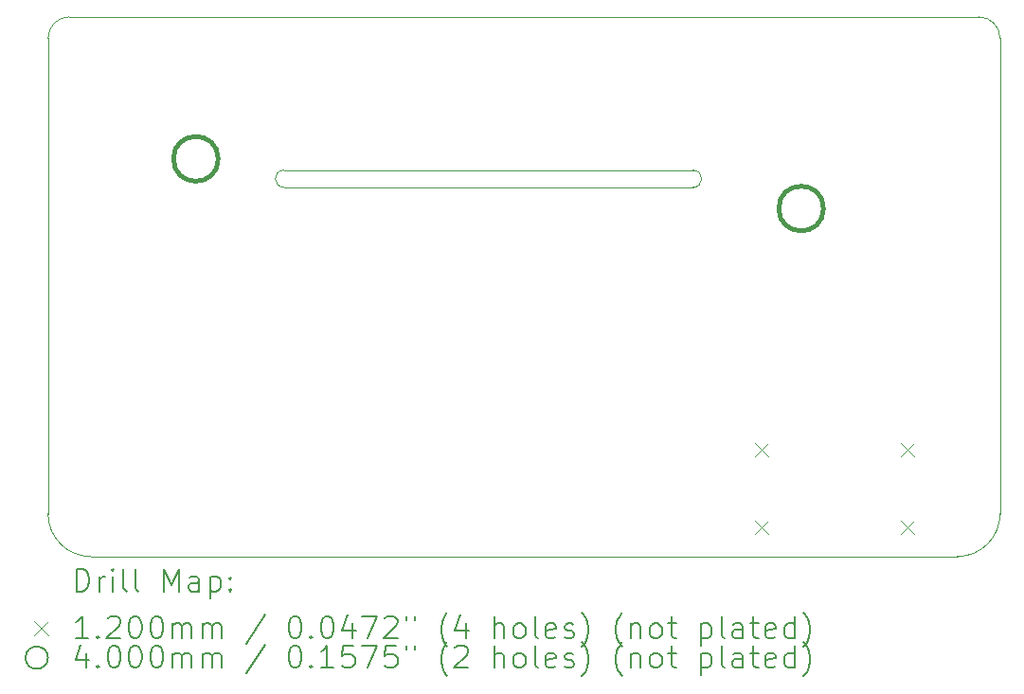
<source format=gbr>
%TF.GenerationSoftware,KiCad,Pcbnew,(6.0.8)*%
%TF.CreationDate,2022-11-26T11:41:06-06:00*%
%TF.ProjectId,tt-relay-board,74742d72-656c-4617-992d-626f6172642e,rev?*%
%TF.SameCoordinates,Original*%
%TF.FileFunction,Drillmap*%
%TF.FilePolarity,Positive*%
%FSLAX45Y45*%
G04 Gerber Fmt 4.5, Leading zero omitted, Abs format (unit mm)*
G04 Created by KiCad (PCBNEW (6.0.8)) date 2022-11-26 11:41:06*
%MOMM*%
%LPD*%
G01*
G04 APERTURE LIST*
%ADD10C,0.025400*%
%ADD11C,0.200000*%
%ADD12C,0.120000*%
%ADD13C,0.400000*%
G04 APERTURE END LIST*
D10*
X4572000Y-10160000D02*
X12319000Y-10160000D01*
X12700000Y-9779000D02*
X12700000Y-5524500D01*
X4191000Y-5524500D02*
X4191000Y-9779000D01*
X9956800Y-6858000D02*
G75*
G03*
X9956800Y-6705600I0J76200D01*
G01*
X4381500Y-5334000D02*
G75*
G03*
X4191000Y-5524500I0J-190500D01*
G01*
X6299200Y-6705600D02*
G75*
G03*
X6299200Y-6858000I0J-76200D01*
G01*
X9956800Y-6858000D02*
X6299200Y-6858000D01*
X6299200Y-6705600D02*
X9956800Y-6705600D01*
X12509500Y-5334000D02*
X4381500Y-5334000D01*
X4191000Y-9779000D02*
G75*
G03*
X4572000Y-10160000I381000J0D01*
G01*
X12700000Y-5524500D02*
G75*
G03*
X12509500Y-5334000I-190500J0D01*
G01*
X12319000Y-10160000D02*
G75*
G03*
X12700000Y-9779000I0J381000D01*
G01*
D11*
D12*
X10506400Y-9142700D02*
X10626400Y-9262700D01*
X10626400Y-9142700D02*
X10506400Y-9262700D01*
X10506400Y-9842700D02*
X10626400Y-9962700D01*
X10626400Y-9842700D02*
X10506400Y-9962700D01*
X11814500Y-9142700D02*
X11934500Y-9262700D01*
X11934500Y-9142700D02*
X11814500Y-9262700D01*
X11814500Y-9842700D02*
X11934500Y-9962700D01*
X11934500Y-9842700D02*
X11814500Y-9962700D01*
D13*
X5711800Y-6604000D02*
G75*
G03*
X5711800Y-6604000I-200000J0D01*
G01*
X11122000Y-7048500D02*
G75*
G03*
X11122000Y-7048500I-200000J0D01*
G01*
D11*
X4447349Y-10471746D02*
X4447349Y-10271746D01*
X4494968Y-10271746D01*
X4523540Y-10281270D01*
X4542587Y-10300318D01*
X4552111Y-10319365D01*
X4561635Y-10357460D01*
X4561635Y-10386032D01*
X4552111Y-10424127D01*
X4542587Y-10443175D01*
X4523540Y-10462222D01*
X4494968Y-10471746D01*
X4447349Y-10471746D01*
X4647349Y-10471746D02*
X4647349Y-10338413D01*
X4647349Y-10376508D02*
X4656873Y-10357460D01*
X4666397Y-10347937D01*
X4685444Y-10338413D01*
X4704492Y-10338413D01*
X4771159Y-10471746D02*
X4771159Y-10338413D01*
X4771159Y-10271746D02*
X4761635Y-10281270D01*
X4771159Y-10290794D01*
X4780682Y-10281270D01*
X4771159Y-10271746D01*
X4771159Y-10290794D01*
X4894968Y-10471746D02*
X4875920Y-10462222D01*
X4866397Y-10443175D01*
X4866397Y-10271746D01*
X4999730Y-10471746D02*
X4980682Y-10462222D01*
X4971159Y-10443175D01*
X4971159Y-10271746D01*
X5228301Y-10471746D02*
X5228301Y-10271746D01*
X5294968Y-10414603D01*
X5361635Y-10271746D01*
X5361635Y-10471746D01*
X5542587Y-10471746D02*
X5542587Y-10366984D01*
X5533063Y-10347937D01*
X5514016Y-10338413D01*
X5475920Y-10338413D01*
X5456873Y-10347937D01*
X5542587Y-10462222D02*
X5523540Y-10471746D01*
X5475920Y-10471746D01*
X5456873Y-10462222D01*
X5447349Y-10443175D01*
X5447349Y-10424127D01*
X5456873Y-10405080D01*
X5475920Y-10395556D01*
X5523540Y-10395556D01*
X5542587Y-10386032D01*
X5637825Y-10338413D02*
X5637825Y-10538413D01*
X5637825Y-10347937D02*
X5656873Y-10338413D01*
X5694968Y-10338413D01*
X5714016Y-10347937D01*
X5723539Y-10357460D01*
X5733063Y-10376508D01*
X5733063Y-10433651D01*
X5723539Y-10452699D01*
X5714016Y-10462222D01*
X5694968Y-10471746D01*
X5656873Y-10471746D01*
X5637825Y-10462222D01*
X5818778Y-10452699D02*
X5828301Y-10462222D01*
X5818778Y-10471746D01*
X5809254Y-10462222D01*
X5818778Y-10452699D01*
X5818778Y-10471746D01*
X5818778Y-10347937D02*
X5828301Y-10357460D01*
X5818778Y-10366984D01*
X5809254Y-10357460D01*
X5818778Y-10347937D01*
X5818778Y-10366984D01*
D12*
X4069730Y-10741270D02*
X4189730Y-10861270D01*
X4189730Y-10741270D02*
X4069730Y-10861270D01*
D11*
X4552111Y-10891746D02*
X4437825Y-10891746D01*
X4494968Y-10891746D02*
X4494968Y-10691746D01*
X4475920Y-10720318D01*
X4456873Y-10739365D01*
X4437825Y-10748889D01*
X4637825Y-10872699D02*
X4647349Y-10882222D01*
X4637825Y-10891746D01*
X4628301Y-10882222D01*
X4637825Y-10872699D01*
X4637825Y-10891746D01*
X4723540Y-10710794D02*
X4733063Y-10701270D01*
X4752111Y-10691746D01*
X4799730Y-10691746D01*
X4818778Y-10701270D01*
X4828301Y-10710794D01*
X4837825Y-10729841D01*
X4837825Y-10748889D01*
X4828301Y-10777460D01*
X4714016Y-10891746D01*
X4837825Y-10891746D01*
X4961635Y-10691746D02*
X4980682Y-10691746D01*
X4999730Y-10701270D01*
X5009254Y-10710794D01*
X5018778Y-10729841D01*
X5028301Y-10767937D01*
X5028301Y-10815556D01*
X5018778Y-10853651D01*
X5009254Y-10872699D01*
X4999730Y-10882222D01*
X4980682Y-10891746D01*
X4961635Y-10891746D01*
X4942587Y-10882222D01*
X4933063Y-10872699D01*
X4923540Y-10853651D01*
X4914016Y-10815556D01*
X4914016Y-10767937D01*
X4923540Y-10729841D01*
X4933063Y-10710794D01*
X4942587Y-10701270D01*
X4961635Y-10691746D01*
X5152111Y-10691746D02*
X5171159Y-10691746D01*
X5190206Y-10701270D01*
X5199730Y-10710794D01*
X5209254Y-10729841D01*
X5218778Y-10767937D01*
X5218778Y-10815556D01*
X5209254Y-10853651D01*
X5199730Y-10872699D01*
X5190206Y-10882222D01*
X5171159Y-10891746D01*
X5152111Y-10891746D01*
X5133063Y-10882222D01*
X5123540Y-10872699D01*
X5114016Y-10853651D01*
X5104492Y-10815556D01*
X5104492Y-10767937D01*
X5114016Y-10729841D01*
X5123540Y-10710794D01*
X5133063Y-10701270D01*
X5152111Y-10691746D01*
X5304492Y-10891746D02*
X5304492Y-10758413D01*
X5304492Y-10777460D02*
X5314016Y-10767937D01*
X5333063Y-10758413D01*
X5361635Y-10758413D01*
X5380682Y-10767937D01*
X5390206Y-10786984D01*
X5390206Y-10891746D01*
X5390206Y-10786984D02*
X5399730Y-10767937D01*
X5418778Y-10758413D01*
X5447349Y-10758413D01*
X5466397Y-10767937D01*
X5475920Y-10786984D01*
X5475920Y-10891746D01*
X5571159Y-10891746D02*
X5571159Y-10758413D01*
X5571159Y-10777460D02*
X5580682Y-10767937D01*
X5599730Y-10758413D01*
X5628301Y-10758413D01*
X5647349Y-10767937D01*
X5656873Y-10786984D01*
X5656873Y-10891746D01*
X5656873Y-10786984D02*
X5666397Y-10767937D01*
X5685444Y-10758413D01*
X5714016Y-10758413D01*
X5733063Y-10767937D01*
X5742587Y-10786984D01*
X5742587Y-10891746D01*
X6133063Y-10682222D02*
X5961635Y-10939365D01*
X6390206Y-10691746D02*
X6409254Y-10691746D01*
X6428301Y-10701270D01*
X6437825Y-10710794D01*
X6447349Y-10729841D01*
X6456873Y-10767937D01*
X6456873Y-10815556D01*
X6447349Y-10853651D01*
X6437825Y-10872699D01*
X6428301Y-10882222D01*
X6409254Y-10891746D01*
X6390206Y-10891746D01*
X6371158Y-10882222D01*
X6361635Y-10872699D01*
X6352111Y-10853651D01*
X6342587Y-10815556D01*
X6342587Y-10767937D01*
X6352111Y-10729841D01*
X6361635Y-10710794D01*
X6371158Y-10701270D01*
X6390206Y-10691746D01*
X6542587Y-10872699D02*
X6552111Y-10882222D01*
X6542587Y-10891746D01*
X6533063Y-10882222D01*
X6542587Y-10872699D01*
X6542587Y-10891746D01*
X6675920Y-10691746D02*
X6694968Y-10691746D01*
X6714016Y-10701270D01*
X6723539Y-10710794D01*
X6733063Y-10729841D01*
X6742587Y-10767937D01*
X6742587Y-10815556D01*
X6733063Y-10853651D01*
X6723539Y-10872699D01*
X6714016Y-10882222D01*
X6694968Y-10891746D01*
X6675920Y-10891746D01*
X6656873Y-10882222D01*
X6647349Y-10872699D01*
X6637825Y-10853651D01*
X6628301Y-10815556D01*
X6628301Y-10767937D01*
X6637825Y-10729841D01*
X6647349Y-10710794D01*
X6656873Y-10701270D01*
X6675920Y-10691746D01*
X6914016Y-10758413D02*
X6914016Y-10891746D01*
X6866397Y-10682222D02*
X6818778Y-10825080D01*
X6942587Y-10825080D01*
X6999730Y-10691746D02*
X7133063Y-10691746D01*
X7047349Y-10891746D01*
X7199730Y-10710794D02*
X7209254Y-10701270D01*
X7228301Y-10691746D01*
X7275920Y-10691746D01*
X7294968Y-10701270D01*
X7304492Y-10710794D01*
X7314016Y-10729841D01*
X7314016Y-10748889D01*
X7304492Y-10777460D01*
X7190206Y-10891746D01*
X7314016Y-10891746D01*
X7390206Y-10691746D02*
X7390206Y-10729841D01*
X7466397Y-10691746D02*
X7466397Y-10729841D01*
X7761635Y-10967937D02*
X7752111Y-10958413D01*
X7733063Y-10929841D01*
X7723539Y-10910794D01*
X7714016Y-10882222D01*
X7704492Y-10834603D01*
X7704492Y-10796508D01*
X7714016Y-10748889D01*
X7723539Y-10720318D01*
X7733063Y-10701270D01*
X7752111Y-10672699D01*
X7761635Y-10663175D01*
X7923539Y-10758413D02*
X7923539Y-10891746D01*
X7875920Y-10682222D02*
X7828301Y-10825080D01*
X7952111Y-10825080D01*
X8180682Y-10891746D02*
X8180682Y-10691746D01*
X8266397Y-10891746D02*
X8266397Y-10786984D01*
X8256873Y-10767937D01*
X8237825Y-10758413D01*
X8209254Y-10758413D01*
X8190206Y-10767937D01*
X8180682Y-10777460D01*
X8390206Y-10891746D02*
X8371158Y-10882222D01*
X8361635Y-10872699D01*
X8352111Y-10853651D01*
X8352111Y-10796508D01*
X8361635Y-10777460D01*
X8371158Y-10767937D01*
X8390206Y-10758413D01*
X8418778Y-10758413D01*
X8437825Y-10767937D01*
X8447349Y-10777460D01*
X8456873Y-10796508D01*
X8456873Y-10853651D01*
X8447349Y-10872699D01*
X8437825Y-10882222D01*
X8418778Y-10891746D01*
X8390206Y-10891746D01*
X8571159Y-10891746D02*
X8552111Y-10882222D01*
X8542587Y-10863175D01*
X8542587Y-10691746D01*
X8723540Y-10882222D02*
X8704492Y-10891746D01*
X8666397Y-10891746D01*
X8647349Y-10882222D01*
X8637825Y-10863175D01*
X8637825Y-10786984D01*
X8647349Y-10767937D01*
X8666397Y-10758413D01*
X8704492Y-10758413D01*
X8723540Y-10767937D01*
X8733063Y-10786984D01*
X8733063Y-10806032D01*
X8637825Y-10825080D01*
X8809254Y-10882222D02*
X8828301Y-10891746D01*
X8866397Y-10891746D01*
X8885444Y-10882222D01*
X8894968Y-10863175D01*
X8894968Y-10853651D01*
X8885444Y-10834603D01*
X8866397Y-10825080D01*
X8837825Y-10825080D01*
X8818778Y-10815556D01*
X8809254Y-10796508D01*
X8809254Y-10786984D01*
X8818778Y-10767937D01*
X8837825Y-10758413D01*
X8866397Y-10758413D01*
X8885444Y-10767937D01*
X8961635Y-10967937D02*
X8971159Y-10958413D01*
X8990206Y-10929841D01*
X8999730Y-10910794D01*
X9009254Y-10882222D01*
X9018778Y-10834603D01*
X9018778Y-10796508D01*
X9009254Y-10748889D01*
X8999730Y-10720318D01*
X8990206Y-10701270D01*
X8971159Y-10672699D01*
X8961635Y-10663175D01*
X9323540Y-10967937D02*
X9314016Y-10958413D01*
X9294968Y-10929841D01*
X9285444Y-10910794D01*
X9275920Y-10882222D01*
X9266397Y-10834603D01*
X9266397Y-10796508D01*
X9275920Y-10748889D01*
X9285444Y-10720318D01*
X9294968Y-10701270D01*
X9314016Y-10672699D01*
X9323540Y-10663175D01*
X9399730Y-10758413D02*
X9399730Y-10891746D01*
X9399730Y-10777460D02*
X9409254Y-10767937D01*
X9428301Y-10758413D01*
X9456873Y-10758413D01*
X9475920Y-10767937D01*
X9485444Y-10786984D01*
X9485444Y-10891746D01*
X9609254Y-10891746D02*
X9590206Y-10882222D01*
X9580682Y-10872699D01*
X9571159Y-10853651D01*
X9571159Y-10796508D01*
X9580682Y-10777460D01*
X9590206Y-10767937D01*
X9609254Y-10758413D01*
X9637825Y-10758413D01*
X9656873Y-10767937D01*
X9666397Y-10777460D01*
X9675920Y-10796508D01*
X9675920Y-10853651D01*
X9666397Y-10872699D01*
X9656873Y-10882222D01*
X9637825Y-10891746D01*
X9609254Y-10891746D01*
X9733063Y-10758413D02*
X9809254Y-10758413D01*
X9761635Y-10691746D02*
X9761635Y-10863175D01*
X9771159Y-10882222D01*
X9790206Y-10891746D01*
X9809254Y-10891746D01*
X10028301Y-10758413D02*
X10028301Y-10958413D01*
X10028301Y-10767937D02*
X10047349Y-10758413D01*
X10085444Y-10758413D01*
X10104492Y-10767937D01*
X10114016Y-10777460D01*
X10123540Y-10796508D01*
X10123540Y-10853651D01*
X10114016Y-10872699D01*
X10104492Y-10882222D01*
X10085444Y-10891746D01*
X10047349Y-10891746D01*
X10028301Y-10882222D01*
X10237825Y-10891746D02*
X10218778Y-10882222D01*
X10209254Y-10863175D01*
X10209254Y-10691746D01*
X10399730Y-10891746D02*
X10399730Y-10786984D01*
X10390206Y-10767937D01*
X10371159Y-10758413D01*
X10333063Y-10758413D01*
X10314016Y-10767937D01*
X10399730Y-10882222D02*
X10380682Y-10891746D01*
X10333063Y-10891746D01*
X10314016Y-10882222D01*
X10304492Y-10863175D01*
X10304492Y-10844127D01*
X10314016Y-10825080D01*
X10333063Y-10815556D01*
X10380682Y-10815556D01*
X10399730Y-10806032D01*
X10466397Y-10758413D02*
X10542587Y-10758413D01*
X10494968Y-10691746D02*
X10494968Y-10863175D01*
X10504492Y-10882222D01*
X10523540Y-10891746D01*
X10542587Y-10891746D01*
X10685444Y-10882222D02*
X10666397Y-10891746D01*
X10628301Y-10891746D01*
X10609254Y-10882222D01*
X10599730Y-10863175D01*
X10599730Y-10786984D01*
X10609254Y-10767937D01*
X10628301Y-10758413D01*
X10666397Y-10758413D01*
X10685444Y-10767937D01*
X10694968Y-10786984D01*
X10694968Y-10806032D01*
X10599730Y-10825080D01*
X10866397Y-10891746D02*
X10866397Y-10691746D01*
X10866397Y-10882222D02*
X10847349Y-10891746D01*
X10809254Y-10891746D01*
X10790206Y-10882222D01*
X10780682Y-10872699D01*
X10771159Y-10853651D01*
X10771159Y-10796508D01*
X10780682Y-10777460D01*
X10790206Y-10767937D01*
X10809254Y-10758413D01*
X10847349Y-10758413D01*
X10866397Y-10767937D01*
X10942587Y-10967937D02*
X10952111Y-10958413D01*
X10971159Y-10929841D01*
X10980682Y-10910794D01*
X10990206Y-10882222D01*
X10999730Y-10834603D01*
X10999730Y-10796508D01*
X10990206Y-10748889D01*
X10980682Y-10720318D01*
X10971159Y-10701270D01*
X10952111Y-10672699D01*
X10942587Y-10663175D01*
X4189730Y-11065270D02*
G75*
G03*
X4189730Y-11065270I-100000J0D01*
G01*
X4533063Y-11022413D02*
X4533063Y-11155746D01*
X4485444Y-10946222D02*
X4437825Y-11089080D01*
X4561635Y-11089080D01*
X4637825Y-11136699D02*
X4647349Y-11146222D01*
X4637825Y-11155746D01*
X4628301Y-11146222D01*
X4637825Y-11136699D01*
X4637825Y-11155746D01*
X4771159Y-10955746D02*
X4790206Y-10955746D01*
X4809254Y-10965270D01*
X4818778Y-10974794D01*
X4828301Y-10993841D01*
X4837825Y-11031937D01*
X4837825Y-11079556D01*
X4828301Y-11117651D01*
X4818778Y-11136699D01*
X4809254Y-11146222D01*
X4790206Y-11155746D01*
X4771159Y-11155746D01*
X4752111Y-11146222D01*
X4742587Y-11136699D01*
X4733063Y-11117651D01*
X4723540Y-11079556D01*
X4723540Y-11031937D01*
X4733063Y-10993841D01*
X4742587Y-10974794D01*
X4752111Y-10965270D01*
X4771159Y-10955746D01*
X4961635Y-10955746D02*
X4980682Y-10955746D01*
X4999730Y-10965270D01*
X5009254Y-10974794D01*
X5018778Y-10993841D01*
X5028301Y-11031937D01*
X5028301Y-11079556D01*
X5018778Y-11117651D01*
X5009254Y-11136699D01*
X4999730Y-11146222D01*
X4980682Y-11155746D01*
X4961635Y-11155746D01*
X4942587Y-11146222D01*
X4933063Y-11136699D01*
X4923540Y-11117651D01*
X4914016Y-11079556D01*
X4914016Y-11031937D01*
X4923540Y-10993841D01*
X4933063Y-10974794D01*
X4942587Y-10965270D01*
X4961635Y-10955746D01*
X5152111Y-10955746D02*
X5171159Y-10955746D01*
X5190206Y-10965270D01*
X5199730Y-10974794D01*
X5209254Y-10993841D01*
X5218778Y-11031937D01*
X5218778Y-11079556D01*
X5209254Y-11117651D01*
X5199730Y-11136699D01*
X5190206Y-11146222D01*
X5171159Y-11155746D01*
X5152111Y-11155746D01*
X5133063Y-11146222D01*
X5123540Y-11136699D01*
X5114016Y-11117651D01*
X5104492Y-11079556D01*
X5104492Y-11031937D01*
X5114016Y-10993841D01*
X5123540Y-10974794D01*
X5133063Y-10965270D01*
X5152111Y-10955746D01*
X5304492Y-11155746D02*
X5304492Y-11022413D01*
X5304492Y-11041460D02*
X5314016Y-11031937D01*
X5333063Y-11022413D01*
X5361635Y-11022413D01*
X5380682Y-11031937D01*
X5390206Y-11050984D01*
X5390206Y-11155746D01*
X5390206Y-11050984D02*
X5399730Y-11031937D01*
X5418778Y-11022413D01*
X5447349Y-11022413D01*
X5466397Y-11031937D01*
X5475920Y-11050984D01*
X5475920Y-11155746D01*
X5571159Y-11155746D02*
X5571159Y-11022413D01*
X5571159Y-11041460D02*
X5580682Y-11031937D01*
X5599730Y-11022413D01*
X5628301Y-11022413D01*
X5647349Y-11031937D01*
X5656873Y-11050984D01*
X5656873Y-11155746D01*
X5656873Y-11050984D02*
X5666397Y-11031937D01*
X5685444Y-11022413D01*
X5714016Y-11022413D01*
X5733063Y-11031937D01*
X5742587Y-11050984D01*
X5742587Y-11155746D01*
X6133063Y-10946222D02*
X5961635Y-11203365D01*
X6390206Y-10955746D02*
X6409254Y-10955746D01*
X6428301Y-10965270D01*
X6437825Y-10974794D01*
X6447349Y-10993841D01*
X6456873Y-11031937D01*
X6456873Y-11079556D01*
X6447349Y-11117651D01*
X6437825Y-11136699D01*
X6428301Y-11146222D01*
X6409254Y-11155746D01*
X6390206Y-11155746D01*
X6371158Y-11146222D01*
X6361635Y-11136699D01*
X6352111Y-11117651D01*
X6342587Y-11079556D01*
X6342587Y-11031937D01*
X6352111Y-10993841D01*
X6361635Y-10974794D01*
X6371158Y-10965270D01*
X6390206Y-10955746D01*
X6542587Y-11136699D02*
X6552111Y-11146222D01*
X6542587Y-11155746D01*
X6533063Y-11146222D01*
X6542587Y-11136699D01*
X6542587Y-11155746D01*
X6742587Y-11155746D02*
X6628301Y-11155746D01*
X6685444Y-11155746D02*
X6685444Y-10955746D01*
X6666397Y-10984318D01*
X6647349Y-11003365D01*
X6628301Y-11012889D01*
X6923539Y-10955746D02*
X6828301Y-10955746D01*
X6818778Y-11050984D01*
X6828301Y-11041460D01*
X6847349Y-11031937D01*
X6894968Y-11031937D01*
X6914016Y-11041460D01*
X6923539Y-11050984D01*
X6933063Y-11070032D01*
X6933063Y-11117651D01*
X6923539Y-11136699D01*
X6914016Y-11146222D01*
X6894968Y-11155746D01*
X6847349Y-11155746D01*
X6828301Y-11146222D01*
X6818778Y-11136699D01*
X6999730Y-10955746D02*
X7133063Y-10955746D01*
X7047349Y-11155746D01*
X7304492Y-10955746D02*
X7209254Y-10955746D01*
X7199730Y-11050984D01*
X7209254Y-11041460D01*
X7228301Y-11031937D01*
X7275920Y-11031937D01*
X7294968Y-11041460D01*
X7304492Y-11050984D01*
X7314016Y-11070032D01*
X7314016Y-11117651D01*
X7304492Y-11136699D01*
X7294968Y-11146222D01*
X7275920Y-11155746D01*
X7228301Y-11155746D01*
X7209254Y-11146222D01*
X7199730Y-11136699D01*
X7390206Y-10955746D02*
X7390206Y-10993841D01*
X7466397Y-10955746D02*
X7466397Y-10993841D01*
X7761635Y-11231937D02*
X7752111Y-11222413D01*
X7733063Y-11193841D01*
X7723539Y-11174794D01*
X7714016Y-11146222D01*
X7704492Y-11098603D01*
X7704492Y-11060508D01*
X7714016Y-11012889D01*
X7723539Y-10984318D01*
X7733063Y-10965270D01*
X7752111Y-10936699D01*
X7761635Y-10927175D01*
X7828301Y-10974794D02*
X7837825Y-10965270D01*
X7856873Y-10955746D01*
X7904492Y-10955746D01*
X7923539Y-10965270D01*
X7933063Y-10974794D01*
X7942587Y-10993841D01*
X7942587Y-11012889D01*
X7933063Y-11041460D01*
X7818778Y-11155746D01*
X7942587Y-11155746D01*
X8180682Y-11155746D02*
X8180682Y-10955746D01*
X8266397Y-11155746D02*
X8266397Y-11050984D01*
X8256873Y-11031937D01*
X8237825Y-11022413D01*
X8209254Y-11022413D01*
X8190206Y-11031937D01*
X8180682Y-11041460D01*
X8390206Y-11155746D02*
X8371158Y-11146222D01*
X8361635Y-11136699D01*
X8352111Y-11117651D01*
X8352111Y-11060508D01*
X8361635Y-11041460D01*
X8371158Y-11031937D01*
X8390206Y-11022413D01*
X8418778Y-11022413D01*
X8437825Y-11031937D01*
X8447349Y-11041460D01*
X8456873Y-11060508D01*
X8456873Y-11117651D01*
X8447349Y-11136699D01*
X8437825Y-11146222D01*
X8418778Y-11155746D01*
X8390206Y-11155746D01*
X8571159Y-11155746D02*
X8552111Y-11146222D01*
X8542587Y-11127175D01*
X8542587Y-10955746D01*
X8723540Y-11146222D02*
X8704492Y-11155746D01*
X8666397Y-11155746D01*
X8647349Y-11146222D01*
X8637825Y-11127175D01*
X8637825Y-11050984D01*
X8647349Y-11031937D01*
X8666397Y-11022413D01*
X8704492Y-11022413D01*
X8723540Y-11031937D01*
X8733063Y-11050984D01*
X8733063Y-11070032D01*
X8637825Y-11089080D01*
X8809254Y-11146222D02*
X8828301Y-11155746D01*
X8866397Y-11155746D01*
X8885444Y-11146222D01*
X8894968Y-11127175D01*
X8894968Y-11117651D01*
X8885444Y-11098603D01*
X8866397Y-11089080D01*
X8837825Y-11089080D01*
X8818778Y-11079556D01*
X8809254Y-11060508D01*
X8809254Y-11050984D01*
X8818778Y-11031937D01*
X8837825Y-11022413D01*
X8866397Y-11022413D01*
X8885444Y-11031937D01*
X8961635Y-11231937D02*
X8971159Y-11222413D01*
X8990206Y-11193841D01*
X8999730Y-11174794D01*
X9009254Y-11146222D01*
X9018778Y-11098603D01*
X9018778Y-11060508D01*
X9009254Y-11012889D01*
X8999730Y-10984318D01*
X8990206Y-10965270D01*
X8971159Y-10936699D01*
X8961635Y-10927175D01*
X9323540Y-11231937D02*
X9314016Y-11222413D01*
X9294968Y-11193841D01*
X9285444Y-11174794D01*
X9275920Y-11146222D01*
X9266397Y-11098603D01*
X9266397Y-11060508D01*
X9275920Y-11012889D01*
X9285444Y-10984318D01*
X9294968Y-10965270D01*
X9314016Y-10936699D01*
X9323540Y-10927175D01*
X9399730Y-11022413D02*
X9399730Y-11155746D01*
X9399730Y-11041460D02*
X9409254Y-11031937D01*
X9428301Y-11022413D01*
X9456873Y-11022413D01*
X9475920Y-11031937D01*
X9485444Y-11050984D01*
X9485444Y-11155746D01*
X9609254Y-11155746D02*
X9590206Y-11146222D01*
X9580682Y-11136699D01*
X9571159Y-11117651D01*
X9571159Y-11060508D01*
X9580682Y-11041460D01*
X9590206Y-11031937D01*
X9609254Y-11022413D01*
X9637825Y-11022413D01*
X9656873Y-11031937D01*
X9666397Y-11041460D01*
X9675920Y-11060508D01*
X9675920Y-11117651D01*
X9666397Y-11136699D01*
X9656873Y-11146222D01*
X9637825Y-11155746D01*
X9609254Y-11155746D01*
X9733063Y-11022413D02*
X9809254Y-11022413D01*
X9761635Y-10955746D02*
X9761635Y-11127175D01*
X9771159Y-11146222D01*
X9790206Y-11155746D01*
X9809254Y-11155746D01*
X10028301Y-11022413D02*
X10028301Y-11222413D01*
X10028301Y-11031937D02*
X10047349Y-11022413D01*
X10085444Y-11022413D01*
X10104492Y-11031937D01*
X10114016Y-11041460D01*
X10123540Y-11060508D01*
X10123540Y-11117651D01*
X10114016Y-11136699D01*
X10104492Y-11146222D01*
X10085444Y-11155746D01*
X10047349Y-11155746D01*
X10028301Y-11146222D01*
X10237825Y-11155746D02*
X10218778Y-11146222D01*
X10209254Y-11127175D01*
X10209254Y-10955746D01*
X10399730Y-11155746D02*
X10399730Y-11050984D01*
X10390206Y-11031937D01*
X10371159Y-11022413D01*
X10333063Y-11022413D01*
X10314016Y-11031937D01*
X10399730Y-11146222D02*
X10380682Y-11155746D01*
X10333063Y-11155746D01*
X10314016Y-11146222D01*
X10304492Y-11127175D01*
X10304492Y-11108127D01*
X10314016Y-11089080D01*
X10333063Y-11079556D01*
X10380682Y-11079556D01*
X10399730Y-11070032D01*
X10466397Y-11022413D02*
X10542587Y-11022413D01*
X10494968Y-10955746D02*
X10494968Y-11127175D01*
X10504492Y-11146222D01*
X10523540Y-11155746D01*
X10542587Y-11155746D01*
X10685444Y-11146222D02*
X10666397Y-11155746D01*
X10628301Y-11155746D01*
X10609254Y-11146222D01*
X10599730Y-11127175D01*
X10599730Y-11050984D01*
X10609254Y-11031937D01*
X10628301Y-11022413D01*
X10666397Y-11022413D01*
X10685444Y-11031937D01*
X10694968Y-11050984D01*
X10694968Y-11070032D01*
X10599730Y-11089080D01*
X10866397Y-11155746D02*
X10866397Y-10955746D01*
X10866397Y-11146222D02*
X10847349Y-11155746D01*
X10809254Y-11155746D01*
X10790206Y-11146222D01*
X10780682Y-11136699D01*
X10771159Y-11117651D01*
X10771159Y-11060508D01*
X10780682Y-11041460D01*
X10790206Y-11031937D01*
X10809254Y-11022413D01*
X10847349Y-11022413D01*
X10866397Y-11031937D01*
X10942587Y-11231937D02*
X10952111Y-11222413D01*
X10971159Y-11193841D01*
X10980682Y-11174794D01*
X10990206Y-11146222D01*
X10999730Y-11098603D01*
X10999730Y-11060508D01*
X10990206Y-11012889D01*
X10980682Y-10984318D01*
X10971159Y-10965270D01*
X10952111Y-10936699D01*
X10942587Y-10927175D01*
M02*

</source>
